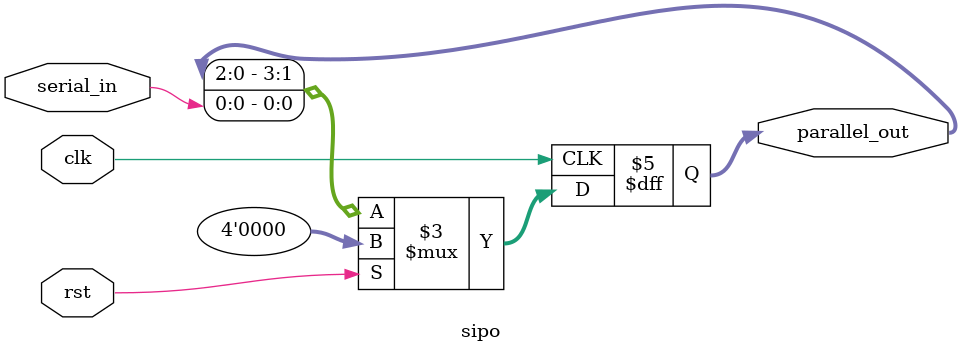
<source format=v>
module sipo(input clk,rst,serial_in,output reg [3:0]parallel_out);
always@(posedge clk )begin
	if(rst)
		parallel_out <= 4'b0000;
	else 
		parallel_out <= {parallel_out[2:0],serial_in}; //shift_left
		//parallel_out <= {serial_in,parallel_out[3:1]}; //shift_right
end
endmodule

</source>
